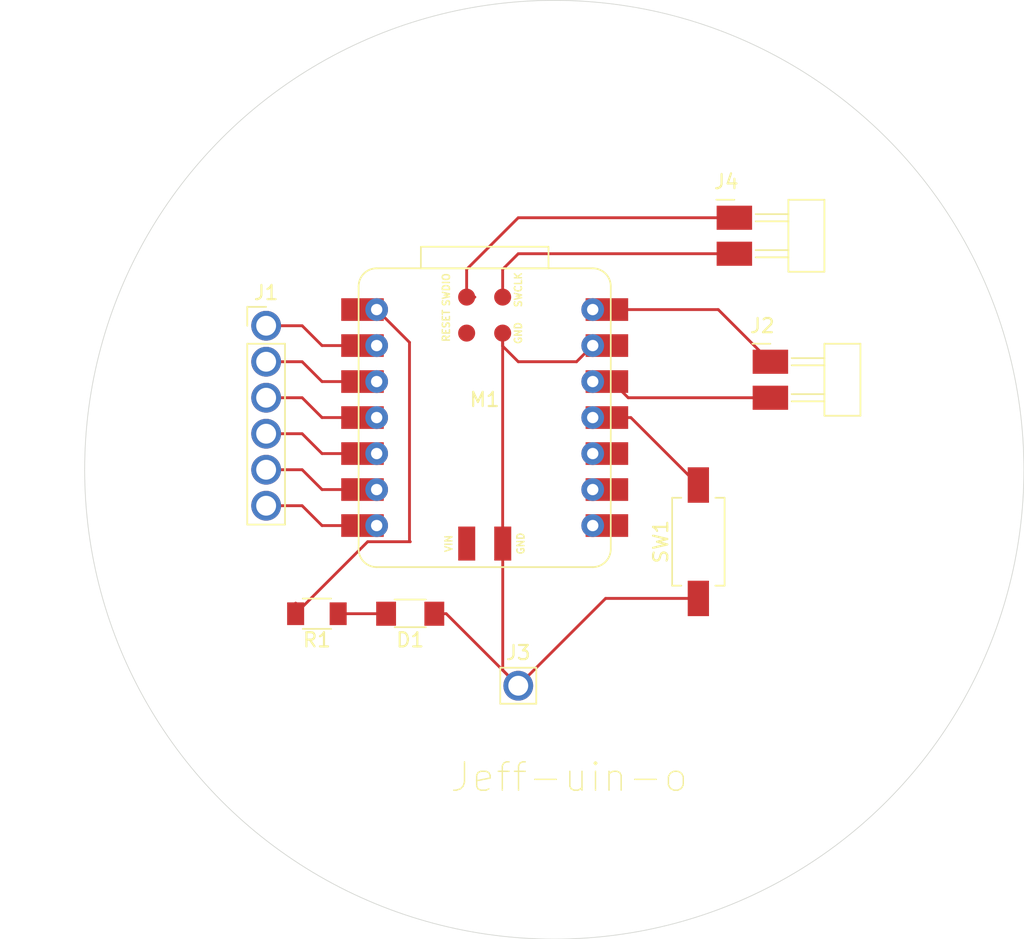
<source format=kicad_pcb>
(kicad_pcb (version 20241229) (generator "pcbnew") (generator_version "9.0")
  (layers (0 "F.Cu" signal) (2 "B.Cu" signal) (13 "F.Paste" user) (15 "B.Paste" user) (5 "F.SilkS" user "F.Silkscreen") (7 "B.SilkS" user "B.Silkscreen") (1 "F.Mask" user) (3 "B.Mask" user) (25 "Edge.Cuts" user))
  (net 0 "")
  (net 1 "PWR_GND")
  (net 2 "Net-(D1-A)")
  (net 3 "Net-(M1-D0)")
  (net 4 "Net-(J2-Pin_2)")
  (net 5 "Net-(J2-Pin_1)")
  (net 9 "Net-(M1-VIN)")
  (net 10 "Net-(M1-D10)")
  (net 14 "Net-(J4-Pin_2)")
  (net 15 "Net-(J4-Pin_1)")
  (net 17 "Net-(J1-Pin_5)")
  (net 18 "Net-(J1-Pin_6)")
  (net 19 "Net-(J1-Pin_2)")
  (net 20 "Net-(J1-Pin_3)")
  (net 21 "Net-(J1-Pin_1)")
  (net 22 "Net-(J1-Pin_4)")
  (footprint "PCM_fab:LED_1206" (layer "F.Cu") (at 139.7 76.2 180)
    (property "Reference" "D1" (at 0 -1.85 180) (layer "F.SilkS"))
    (property "Value" "LED_1206")
    (fp_line (start -1.1 1) (end 1.1 1) (stroke (width 0.12)) (layer "F.SilkS"))
    (fp_line (start -1.1 -0.95) (end 1.1 -0.95) (stroke (width 0.12)) (layer "F.SilkS"))
    (pad "1" smd rect (at -1.7 0 180) (size 1.4 1.7) (layers "F.Cu" "F.Mask" "F.Paste") (net 1 "PWR_GND"))
    (pad "2" smd rect (at 1.7 0 180) (size 1.4 1.7) (layers "F.Cu" "F.Mask" "F.Paste") (net 2 "Net-(D1-A)"))
  )
  (footprint "PCM_fab:PinHeader_01x02_P2.54mm_Horizontal_SMD" (layer "F.Cu") (at 165.1 58.42)
    (property "Reference" "J2" (at -1.524 -2.54 180) (layer "F.SilkS") (effects (justify left)))
    (property "Value" "Conn_01x02_Pin")
    (fp_line (start -1.27 -1.27) (end 0 -1.27) (stroke (width 0.12)) (layer "F.SilkS"))
    (fp_line (start 3.81 -1.27) (end 6.35 -1.27) (stroke (width 0.12)) (layer "F.SilkS"))
    (fp_line (start 3.81 -0.254) (end 1.5 -0.254) (stroke (width 0.12)) (layer "F.SilkS"))
    (fp_line (start 3.81 0.254) (end 1.5 0.254) (stroke (width 0.12)) (layer "F.SilkS"))
    (fp_line (start 3.81 2.286) (end 1.5 2.286) (stroke (width 0.12)) (layer "F.SilkS"))
    (fp_line (start 3.81 2.794) (end 1.5 2.794) (stroke (width 0.12)) (layer "F.SilkS"))
    (fp_line (start 3.81 3.81) (end 3.81 -1.27) (stroke (width 0.12)) (layer "F.SilkS"))
    (fp_line (start 6.35 -1.27) (end 6.35 3.81) (stroke (width 0.12)) (layer "F.SilkS"))
    (fp_line (start 6.35 3.81) (end 3.81 3.81) (stroke (width 0.12)) (layer "F.SilkS"))
    (pad "1" smd rect (at 0 0) (size 2.5 1.7) (layers "F.Cu" "F.Mask" "F.Paste") (net 5 "Net-(J2-Pin_1)"))
    (pad "2" smd rect (at 0 2.54) (size 2.5 1.7) (layers "F.Cu" "F.Mask" "F.Paste") (net 4 "Net-(J2-Pin_2)"))
  )
  (footprint "PCM_fab:Button_CnK_PTS636.0_6x3.5mm" (layer "F.Cu") (at 160.02 71.12 90)
    (property "Reference" "SW1" (at 0 -2.65 90) (layer "F.SilkS"))
    (property "Value" "Switch_Tactile_CnK")
    (fp_line (start 3.1 -1.85) (end -3.1 -1.85) (stroke (width 0.12)) (layer "F.SilkS"))
    (fp_line (start 3.1 -1.85) (end 3.1 -1.2) (stroke (width 0.12)) (layer "F.SilkS"))
    (fp_line (start -3.1 -1.85) (end -3.1 -1.2) (stroke (width 0.12)) (layer "F.SilkS"))
    (fp_line (start -3.1 1.2) (end -3.1 1.85) (stroke (width 0.12)) (layer "F.SilkS"))
    (fp_line (start 3.1 1.85) (end 3.1 1.2) (stroke (width 0.12)) (layer "F.SilkS"))
    (fp_line (start -3.1 1.85) (end 3.1 1.85) (stroke (width 0.12)) (layer "F.SilkS"))
    (pad "1" smd rect (at -4 0 90) (size 2.5 1.5) (layers "F.Cu" "F.Mask" "F.Paste") (net 1 "PWR_GND"))
    (pad "2" smd rect (at 4 0 90) (size 2.5 1.5) (layers "F.Cu" "F.Mask" "F.Paste") (net 10 "Net-(M1-D10)"))
  )
  (footprint "PCM_fab:PinHeader_01x02_P2.54mm_Horizontal_SMD" (layer "F.Cu") (at 162.56 48.26)
    (property "Reference" "J4" (at -1.524 -2.54 180) (layer "F.SilkS") (effects (justify left)))
    (property "Value" "PinHeader_01x02_P2.54mm_Horizontal_SMD")
    (fp_line (start -1.27 -1.27) (end 0 -1.27) (stroke (width 0.12)) (layer "F.SilkS"))
    (fp_line (start 3.81 -1.27) (end 6.35 -1.27) (stroke (width 0.12)) (layer "F.SilkS"))
    (fp_line (start 3.81 -0.254) (end 1.5 -0.254) (stroke (width 0.12)) (layer "F.SilkS"))
    (fp_line (start 3.81 0.254) (end 1.5 0.254) (stroke (width 0.12)) (layer "F.SilkS"))
    (fp_line (start 3.81 2.286) (end 1.5 2.286) (stroke (width 0.12)) (layer "F.SilkS"))
    (fp_line (start 3.81 2.794) (end 1.5 2.794) (stroke (width 0.12)) (layer "F.SilkS"))
    (fp_line (start 3.81 3.81) (end 3.81 -1.27) (stroke (width 0.12)) (layer "F.SilkS"))
    (fp_line (start 6.35 -1.27) (end 6.35 3.81) (stroke (width 0.12)) (layer "F.SilkS"))
    (fp_line (start 6.35 3.81) (end 3.81 3.81) (stroke (width 0.12)) (layer "F.SilkS"))
    (pad "1" smd rect (at 0 0) (size 2.5 1.7) (layers "F.Cu" "F.Mask" "F.Paste") (net 15 "Net-(J4-Pin_1)"))
    (pad "2" smd rect (at 0 2.54) (size 2.5 1.7) (layers "F.Cu" "F.Mask" "F.Paste") (net 14 "Net-(J4-Pin_2)"))
  )
  (footprint "PCM_fab:PinHeader_01x06_P2.54mm_Vertical_THT_D1.4mm" (layer "F.Cu") (at 129.54 55.88)
    (property "Reference" "J1" (at 0 -2.33 0) (layer "F.SilkS"))
    (property "Value" "PinHeader_01x06_P2.54mm_Vertical_THT_D1.4mm")
    (fp_line (start -1.33 -1.33) (end 0 -1.33) (stroke (width 0.12)) (layer "F.SilkS"))
    (fp_line (start -1.33 0) (end -1.33 -1.33) (stroke (width 0.12)) (layer "F.SilkS"))
    (fp_line (start -1.33 1.27) (end -1.33 14.03) (stroke (width 0.12)) (layer "F.SilkS"))
    (fp_line (start -1.33 1.27) (end 1.33 1.27) (stroke (width 0.12)) (layer "F.SilkS"))
    (fp_line (start -1.33 14.03) (end 1.33 14.03) (stroke (width 0.12)) (layer "F.SilkS"))
    (fp_line (start 1.33 1.27) (end 1.33 14.03) (stroke (width 0.12)) (layer "F.SilkS"))
    (pad "1" thru_hole circle (at 0 0) (size 2.1 2.1) (drill 1.4) (layers "*.Cu" "*.Mask") (net 21 "Net-(J1-Pin_1)"))
    (pad "2" thru_hole circle (at 0 2.54) (size 2.1 2.1) (drill 1.4) (layers "*.Cu" "*.Mask") (net 19 "Net-(J1-Pin_2)"))
    (pad "3" thru_hole circle (at 0 5.08) (size 2.1 2.1) (drill 1.4) (layers "*.Cu" "*.Mask") (net 20 "Net-(J1-Pin_3)"))
    (pad "4" thru_hole circle (at 0 7.62) (size 2.1 2.1) (drill 1.4) (layers "*.Cu" "*.Mask") (net 22 "Net-(J1-Pin_4)"))
    (pad "5" thru_hole circle (at 0 10.16) (size 2.1 2.1) (drill 1.4) (layers "*.Cu" "*.Mask") (net 17 "Net-(J1-Pin_5)"))
    (pad "6" thru_hole circle (at 0 12.7) (size 2.1 2.1) (drill 1.4) (layers "*.Cu" "*.Mask") (net 18 "Net-(J1-Pin_6)"))
  )
  (footprint "PCM_fab:R_1206" (layer "F.Cu") (at 133.12 76.2 180)
    (property "Reference" "R1" (at 0 -1.85 0) (layer "F.SilkS"))
    (property "Value" "R_1206" (hide yes))
    (fp_line (start 1 1.07) (end -1 1.07) (stroke (width 0.12)) (layer "F.SilkS"))
    (fp_line (start -1 -1.07) (end 1 -1.07) (stroke (width 0.12)) (layer "F.SilkS"))
    (pad "1" smd rect (at -1.5 0 180) (size 1.2 1.6) (layers "F.Cu" "F.Mask" "F.Paste") (net 2 "Net-(D1-A)"))
    (pad "2" smd rect (at 1.5 0 180) (size 1.2 1.6) (layers "F.Cu" "F.Mask" "F.Paste") (net 3 "Net-(M1-D0)"))
  )
  (footprint "PCM_fab:SeeedStudio_XIAO_RP2040" (layer "F.Cu") (at 144.95 62.36)
    (property "Reference" "M1" (at 0 -1.27 0) (layer "F.SilkS"))
    (property "Value" "Module_XIAO-RP2040")
    (fp_line (start -8.8875 9.281) (end -8.8875 -9.261) (stroke (width 0.12)) (layer "F.SilkS"))
    (fp_line (start -7.6175 -10.531) (end 7.6225 -10.531) (stroke (width 0.12)) (layer "F.SilkS"))
    (fp_line (start 7.6225 10.551) (end -7.6175 10.551) (stroke (width 0.12)) (layer "F.SilkS"))
    (fp_line (start 8.8925 -9.261) (end 8.8925 9.281) (stroke (width 0.12)) (layer "F.SilkS"))
    (fp_rect (start -4.4975 -10.531) (end 4.5025 -12.055) (stroke (width 0.12)) (fill no) (layer "F.SilkS"))
    (fp_arc (start -8.8875 -9.261) (mid -8.515526 -10.159026) (end -7.6175 -10.531) (stroke (width 0.12)) (layer "F.SilkS"))
    (fp_arc (start -7.6175 10.551) (mid -8.515526 10.179026) (end -8.8875 9.281) (stroke (width 0.12)) (layer "F.SilkS"))
    (fp_arc (start 7.6225 -10.531) (mid 8.520526 -10.159026) (end 8.8925 -9.261) (stroke (width 0.12)) (layer "F.SilkS"))
    (fp_arc (start 8.8925 9.281) (mid 8.520526 10.179026) (end 7.6225 10.551) (stroke (width 0.12)) (layer "F.SilkS"))
    (fp_text user "RESET" (at -2.71 -6.48 90) (layer "F.SilkS") (effects (font (size 0.5 0.5) (thickness 0.1) (bold yes))))
    (fp_text user "GND" (at 2.37 -5.96 90) (layer "F.SilkS") (effects (font (size 0.5 0.5) (thickness 0.1) (bold yes))))
    (fp_text user "SWCLK" (at 2.37 -9.02 90) (layer "F.SilkS") (effects (font (size 0.5 0.5) (thickness 0.1) (bold yes))))
    (fp_text user "SWDIO" (at -2.71 -9.02 90) (layer "F.SilkS") (effects (font (size 0.5 0.5) (thickness 0.1) (bold yes))))
    (fp_text user "VIN" (at -2.535 8.89 90) (layer "F.SilkS") (effects (font (size 0.5 0.5) (thickness 0.1) (bold yes))))
    (fp_text user "GND" (at 2.545 8.89 90) (layer "F.SilkS") (effects (font (size 0.5 0.5) (thickness 0.1) (bold yes))))
    (pad "1" thru_hole circle (at -7.615 -7.62) (size 1.6 1.6) (drill 0.8) (layers "*.Cu" "*.Mask") (net 3 "Net-(M1-D0)"))
    (pad "1" smd rect (at -7.615 -7.62) (size 3 1.6) (drill (offset -1 0)) (layers "F.Cu" "F.Mask" "F.Paste") (net 3 "Net-(M1-D0)"))
    (pad "2" thru_hole circle (at -7.615 -5.08) (size 1.6 1.6) (drill 0.8) (layers "*.Cu" "*.Mask") (net 21 "Net-(J1-Pin_1)"))
    (pad "2" smd rect (at -7.615 -5.08) (size 3 1.6) (drill (offset -1 0)) (layers "F.Cu" "F.Mask" "F.Paste") (net 21 "Net-(J1-Pin_1)"))
    (pad "3" thru_hole circle (at -7.615 -2.54) (size 1.6 1.6) (drill 0.8) (layers "*.Cu" "*.Mask") (net 19 "Net-(J1-Pin_2)"))
    (pad "3" smd rect (at -7.615 -2.54) (size 3 1.6) (drill (offset -1 0)) (layers "F.Cu" "F.Mask" "F.Paste") (net 19 "Net-(J1-Pin_2)"))
    (pad "4" thru_hole circle (at -7.615 0) (size 1.6 1.6) (drill 0.8) (layers "*.Cu" "*.Mask") (net 20 "Net-(J1-Pin_3)"))
    (pad "4" smd rect (at -7.615 0) (size 3 1.6) (drill (offset -1 0)) (layers "F.Cu" "F.Mask" "F.Paste") (net 20 "Net-(J1-Pin_3)"))
    (pad "5" thru_hole circle (at -7.615 2.54) (size 1.6 1.6) (drill 0.8) (layers "*.Cu" "*.Mask") (net 22 "Net-(J1-Pin_4)"))
    (pad "5" smd rect (at -7.615 2.54) (size 3 1.6) (drill (offset -1 0)) (layers "F.Cu" "F.Mask" "F.Paste") (net 22 "Net-(J1-Pin_4)"))
    (pad "6" thru_hole circle (at -7.615 5.08) (size 1.6 1.6) (drill 0.8) (layers "*.Cu" "*.Mask") (net 17 "Net-(J1-Pin_5)"))
    (pad "6" smd rect (at -7.615 5.08) (size 3 1.6) (drill (offset -1 0)) (layers "F.Cu" "F.Mask" "F.Paste") (net 17 "Net-(J1-Pin_5)"))
    (pad "7" thru_hole circle (at -7.615 7.62) (size 1.6 1.6) (drill 0.8) (layers "*.Cu" "*.Mask") (net 18 "Net-(J1-Pin_6)"))
    (pad "7" smd rect (at -7.615 7.62) (size 3 1.6) (drill (offset -1 0)) (layers "F.Cu" "F.Mask" "F.Paste") (net 18 "Net-(J1-Pin_6)"))
    (pad "8" thru_hole circle (at 7.62 7.62) (size 1.6 1.6) (drill 0.8) (layers "*.Cu" "*.Mask"))
    (pad "8" smd rect (at 7.62 7.62) (size 3 1.6) (drill (offset 1 0)) (layers "F.Cu" "F.Mask" "F.Paste"))
    (pad "9" thru_hole circle (at 7.62 5.08) (size 1.6 1.6) (drill 0.8) (layers "*.Cu" "*.Mask"))
    (pad "9" smd rect (at 7.62 5.08) (size 3 1.6) (drill (offset 1 0)) (layers "F.Cu" "F.Mask" "F.Paste"))
    (pad "10" thru_hole circle (at 7.62 2.54) (size 1.6 1.6) (drill 0.8) (layers "*.Cu" "*.Mask"))
    (pad "10" smd rect (at 7.62 2.54) (size 3 1.6) (drill (offset 1 0)) (layers "F.Cu" "F.Mask" "F.Paste"))
    (pad "11" thru_hole circle (at 7.62 0) (size 1.6 1.6) (drill 0.8) (layers "*.Cu" "*.Mask") (net 10 "Net-(M1-D10)"))
    (pad "11" smd rect (at 7.62 0) (size 3 1.6) (drill (offset 1 0)) (layers "F.Cu" "F.Mask" "F.Paste") (net 10 "Net-(M1-D10)"))
    (pad "12" thru_hole circle (at 7.62 -2.54) (size 1.6 1.6) (drill 0.8) (layers "*.Cu" "*.Mask") (net 4 "Net-(J2-Pin_2)"))
    (pad "12" smd rect (at 7.62 -2.54) (size 3 1.6) (drill (offset 1 0)) (layers "F.Cu" "F.Mask" "F.Paste") (net 4 "Net-(J2-Pin_2)"))
    (pad "13" thru_hole circle (at 7.62 -5.08) (size 1.6 1.6) (drill 0.8) (layers "*.Cu" "*.Mask") (net 1 "PWR_GND"))
    (pad "13" smd rect (at 7.62 -5.08) (size 3 1.6) (drill (offset 1 0)) (layers "F.Cu" "F.Mask" "F.Paste") (net 1 "PWR_GND"))
    (pad "14" thru_hole circle (at 7.62 -7.62) (size 1.6 1.6) (drill 0.8) (layers "*.Cu" "*.Mask") (net 5 "Net-(J2-Pin_1)"))
    (pad "14" smd rect (at 7.62 -7.62) (size 3 1.6) (drill (offset 1 0)) (layers "F.Cu" "F.Mask" "F.Paste") (net 5 "Net-(J2-Pin_1)"))
    (pad "15" smd rect (at 1.275 8.89 270) (size 2.4 1.2) (layers "F.Cu" "F.Mask" "F.Paste") (net 1 "PWR_GND"))
    (pad "16" smd rect (at -1.265 8.89 270) (size 2.4 1.2) (layers "F.Cu" "F.Mask" "F.Paste") (net 9 "Net-(M1-VIN)"))
    (pad "17" smd circle (at -1.27 -8.5) (size 1.2 1.2) (layers "F.Cu" "F.Mask" "F.Paste") (net 15 "Net-(J4-Pin_1)"))
    (pad "18" smd circle (at -1.27 -5.96) (size 1.2 1.2) (layers "F.Cu" "F.Mask" "F.Paste"))
    (pad "19" smd circle (at 1.27 -5.96) (size 1.2 1.2) (layers "F.Cu" "F.Mask" "F.Paste") (net 1 "PWR_GND"))
    (pad "20" smd circle (at 1.27 -8.5) (size 1.2 1.2) (layers "F.Cu" "F.Mask" "F.Paste") (net 14 "Net-(J4-Pin_2)"))
  )
  (footprint "PCM_fab:PinHeader_01x01_P2.54mm_Vertical_THT_D1.4mm" (layer "F.Cu") (at 147.32 81.28)
    (property "Reference" "J3" (at 0 -2.33 0) (layer "F.SilkS"))
    (property "Value" "PinHeader_01x01_P2.54mm_Vertical_THT_D1.4mm")
    (fp_line (start -1.27 -1.27) (end -1.27 1.27) (stroke (width 0.12)) (layer "F.SilkS"))
    (fp_line (start -1.27 -1.27) (end 1.27 -1.27) (stroke (width 0.12)) (layer "F.SilkS"))
    (fp_line (start -1.27 1.27) (end 1.27 1.27) (stroke (width 0.12)) (layer "F.SilkS"))
    (fp_line (start 1.27 -1.27) (end 1.27 1.27) (stroke (width 0.12)) (layer "F.SilkS"))
    (pad "1" thru_hole circle (at 0 0) (size 2.1 2.1) (drill 1.4) (layers "*.Cu" "*.Mask") (net 1 "PWR_GND"))
  )
  (gr_circle (center 149.86 66.04) (end 121.92 48.26) (stroke (width 0.05)) (fill no) (layer "Edge.Cuts"))
  (gr_text "Jeff-uin-o" (at 142.415 88.9 0) (layer "F.SilkS") (effects (font (size 2 2) (thickness 0.1)) (justify left bottom)))
  (segment (start 146.22 56.4) (end 146.22 71.245) (width 0.2) (layer "F.Cu") (net 1))
  (segment (start 146.225 80.185) (end 147.32 81.28) (width 0.2) (layer "F.Cu") (net 1))
  (segment (start 153.48 75.12) (end 160.02 75.12) (width 0.2) (layer "F.Cu") (net 1))
  (segment (start 146.225 71.25) (end 146.225 80.185) (width 0.2) (layer "F.Cu") (net 1))
  (segment (start 147.32 81.28) (end 142.24 76.2) (width 0.2) (layer "F.Cu") (net 1))
  (segment (start 151.43 58.42) (end 152.57 57.28) (width 0.2) (layer "F.Cu") (net 1))
  (segment (start 146.22 71.245) (end 146.225 71.25) (width 0.2) (layer "F.Cu") (net 1))
  (segment (start 146.22 56.4) (end 146.22 57.32) (width 0.2) (layer "F.Cu") (net 1))
  (segment (start 142.24 76.2) (end 141.4 76.2) (width 0.2) (layer "F.Cu") (net 1))
  (segment (start 147.32 58.42) (end 151.43 58.42) (width 0.2) (layer "F.Cu") (net 1))
  (segment (start 147.32 81.28) (end 153.48 75.12) (width 0.2) (layer "F.Cu") (net 1))
  (segment (start 146.22 57.32) (end 147.32 58.42) (width 0.2) (layer "F.Cu") (net 1))
  (segment (start 138 76.2) (end 134.62 76.2) (width 0.2) (layer "F.Cu") (net 2))
  (segment (start 139.649 71.069) (end 139.649 57.054) (width 0.2) (layer "F.Cu") (net 3))
  (segment (start 131.62 76.2) (end 131.62 75.45) (width 0.2) (layer "F.Cu") (net 3))
  (segment (start 131.62 76.2) (end 136.7 71.12) (width 0.2) (layer "F.Cu") (net 3))
  (segment (start 136.7 71.12) (end 139.7 71.12) (width 0.2) (layer "F.Cu") (net 3))
  (segment (start 139.7 71.12) (end 139.649 71.069) (width 0.2) (layer "F.Cu") (net 3))
  (segment (start 136.02 54.74) (end 137.335 54.74) (width 0.2) (layer "F.Cu") (net 3))
  (segment (start 139.649 57.054) (end 137.335 54.74) (width 0.2) (layer "F.Cu") (net 3))
  (segment (start 152.57 59.82) (end 153.932 59.82) (width 0.2) (layer "F.Cu") (net 4))
  (segment (start 165.1 60.96) (end 155.072 60.96) (width 0.2) (layer "F.Cu") (net 4))
  (segment (start 155.072 60.96) (end 153.932 59.82) (width 0.2) (layer "F.Cu") (net 4))
  (segment (start 165.1 58.42) (end 161.42 54.74) (width 0.2) (layer "F.Cu") (net 5))
  (segment (start 161.42 54.74) (end 152.57 54.74) (width 0.2) (layer "F.Cu") (net 5))
  (segment (start 160.02 67.12) (end 155.26 62.36) (width 0.2) (layer "F.Cu") (net 10))
  (segment (start 155.26 62.36) (end 152.57 62.36) (width 0.2) (layer "F.Cu") (net 10))
  (segment (start 146.22 51.9) (end 146.22 53.86) (width 0.2) (layer "F.Cu") (net 14))
  (segment (start 147.32 50.8) (end 146.22 51.9) (width 0.2) (layer "F.Cu") (net 14))
  (segment (start 162.56 50.8) (end 147.32 50.8) (width 0.2) (layer "F.Cu") (net 14))
  (segment (start 147.32 48.26) (end 143.68 51.9) (width 0.2) (layer "F.Cu") (net 15))
  (segment (start 143.68 51.9) (end 143.68 53.86) (width 0.2) (layer "F.Cu") (net 15))
  (segment (start 143.68 53.86) (end 144.26 53.86) (width 0.2) (layer "F.Cu") (net 15))
  (segment (start 162.56 48.26) (end 147.32 48.26) (width 0.2) (layer "F.Cu") (net 15))
  (segment (start 133.48 67.44) (end 137.335 67.44) (width 0.2) (layer "F.Cu") (net 17))
  (segment (start 132.08 66.04) (end 133.48 67.44) (width 0.2) (layer "F.Cu") (net 17))
  (segment (start 129.54 66.04) (end 132.08 66.04) (width 0.2) (layer "F.Cu") (net 17))
  (segment (start 133.48 69.98) (end 137.335 69.98) (width 0.2) (layer "F.Cu") (net 18))
  (segment (start 129.54 68.58) (end 132.08 68.58) (width 0.2) (layer "F.Cu") (net 18))
  (segment (start 132.08 68.58) (end 133.48 69.98) (width 0.2) (layer "F.Cu") (net 18))
  (segment (start 132.08 58.42) (end 133.48 59.82) (width 0.2) (layer "F.Cu") (net 19))
  (segment (start 133.48 59.82) (end 137.335 59.82) (width 0.2) (layer "F.Cu") (net 19))
  (segment (start 129.54 58.42) (end 132.08 58.42) (width 0.2) (layer "F.Cu") (net 19))
  (segment (start 133.48 62.36) (end 137.335 62.36) (width 0.2) (layer "F.Cu") (net 20))
  (segment (start 129.54 60.96) (end 132.08 60.96) (width 0.2) (layer "F.Cu") (net 20))
  (segment (start 132.08 60.96) (end 133.48 62.36) (width 0.2) (layer "F.Cu") (net 20))
  (segment (start 133.48 57.28) (end 137.335 57.28) (width 0.2) (layer "F.Cu") (net 21))
  (segment (start 132.08 55.88) (end 133.48 57.28) (width 0.2) (layer "F.Cu") (net 21))
  (segment (start 129.54 55.88) (end 132.08 55.88) (width 0.2) (layer "F.Cu") (net 21))
  (segment (start 137.335 64.9) (end 133.48 64.9) (width 0.2) (layer "F.Cu") (net 22))
  (segment (start 129.54 63.5) (end 132.08 63.5) (width 0.2) (layer "F.Cu") (net 22))
  (segment (start 133.48 64.9) (end 132.08 63.5) (width 0.2) (layer "F.Cu") (net 22))
)
</source>
